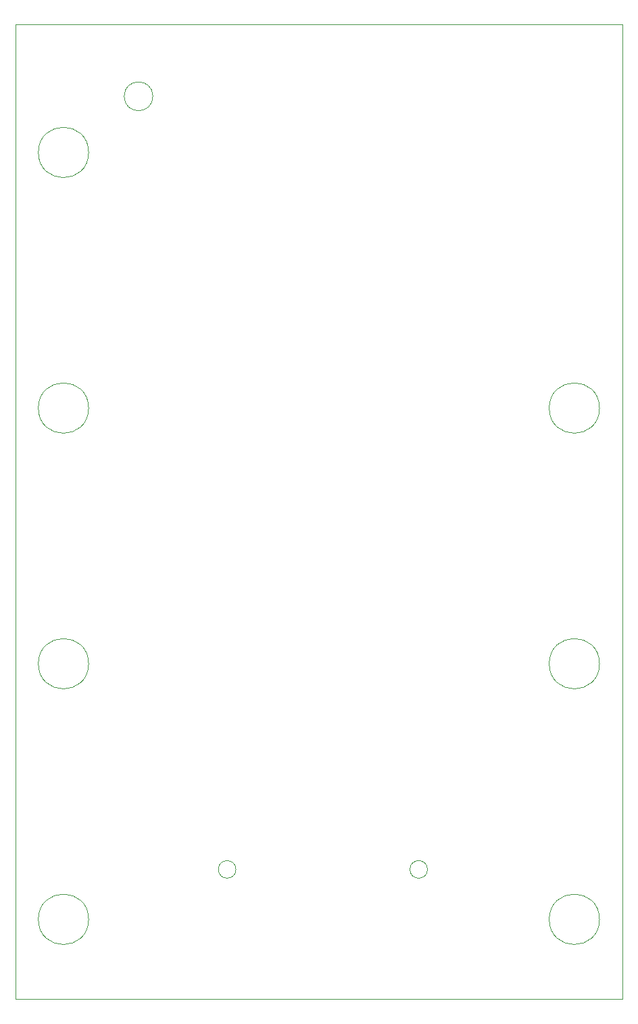
<source format=gbr>
%TF.GenerationSoftware,KiCad,Pcbnew,8.0.5*%
%TF.CreationDate,2024-12-06T09:36:11-05:00*%
%TF.ProjectId,Passive Cap Bank V1,50617373-6976-4652-9043-61702042616e,rev?*%
%TF.SameCoordinates,Original*%
%TF.FileFunction,Profile,NP*%
%FSLAX46Y46*%
G04 Gerber Fmt 4.6, Leading zero omitted, Abs format (unit mm)*
G04 Created by KiCad (PCBNEW 8.0.5) date 2024-12-06 09:36:11*
%MOMM*%
%LPD*%
G01*
G04 APERTURE LIST*
%TA.AperFunction,Profile*%
%ADD10C,0.100000*%
%TD*%
%TA.AperFunction,Profile*%
%ADD11C,0.050000*%
%TD*%
G04 APERTURE END LIST*
D10*
X130650000Y-120250000D02*
G75*
G02*
X124350000Y-120250000I-3150000J0D01*
G01*
X124350000Y-120250000D02*
G75*
G02*
X130650000Y-120250000I3150000J0D01*
G01*
X138700000Y-49220000D02*
G75*
G02*
X135100000Y-49220000I-1800000J0D01*
G01*
X135100000Y-49220000D02*
G75*
G02*
X138700000Y-49220000I1800000J0D01*
G01*
X130650000Y-56250000D02*
G75*
G02*
X124350000Y-56250000I-3150000J0D01*
G01*
X124350000Y-56250000D02*
G75*
G02*
X130650000Y-56250000I3150000J0D01*
G01*
X194650000Y-120250000D02*
G75*
G02*
X188350000Y-120250000I-3150000J0D01*
G01*
X188350000Y-120250000D02*
G75*
G02*
X194650000Y-120250000I3150000J0D01*
G01*
X121500000Y-40250000D02*
X197500000Y-40250000D01*
X197500000Y-162250000D01*
X121500000Y-162250000D01*
X121500000Y-40250000D01*
X130650000Y-88250000D02*
G75*
G02*
X124350000Y-88250000I-3150000J0D01*
G01*
X124350000Y-88250000D02*
G75*
G02*
X130650000Y-88250000I3150000J0D01*
G01*
D11*
X173100000Y-146000000D02*
G75*
G02*
X170900000Y-146000000I-1100000J0D01*
G01*
X170900000Y-146000000D02*
G75*
G02*
X173100000Y-146000000I1100000J0D01*
G01*
X149100000Y-146000000D02*
G75*
G02*
X146900000Y-146000000I-1100000J0D01*
G01*
X146900000Y-146000000D02*
G75*
G02*
X149100000Y-146000000I1100000J0D01*
G01*
D10*
X194650000Y-152250000D02*
G75*
G02*
X188350000Y-152250000I-3150000J0D01*
G01*
X188350000Y-152250000D02*
G75*
G02*
X194650000Y-152250000I3150000J0D01*
G01*
X194650000Y-88250000D02*
G75*
G02*
X188350000Y-88250000I-3150000J0D01*
G01*
X188350000Y-88250000D02*
G75*
G02*
X194650000Y-88250000I3150000J0D01*
G01*
X130650000Y-152250000D02*
G75*
G02*
X124350000Y-152250000I-3150000J0D01*
G01*
X124350000Y-152250000D02*
G75*
G02*
X130650000Y-152250000I3150000J0D01*
G01*
M02*

</source>
